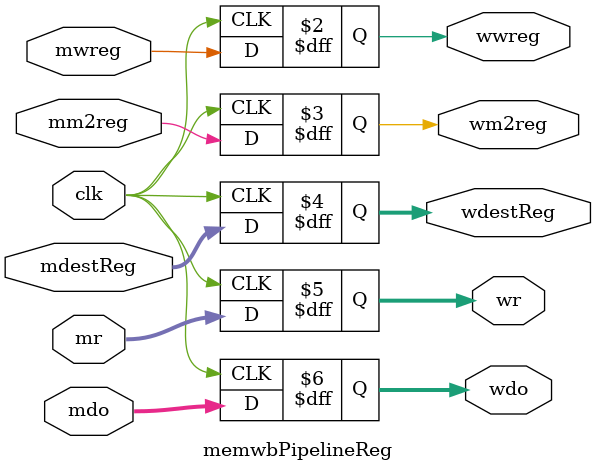
<source format=v>
`timescale 1ns / 1ps
module memwbPipelineReg(
    input clk,                 //clk sig
    input mwreg,               //write to reg control
    input mm2reg,              //mem to reg control
    input [4:0] mdestReg,      //dest reg
    input [31:0] mr,           //alu result
    input [31:0] mdo,          //date mem output

    output reg wwreg,          //write to reg control
    output reg wm2reg,         //mem to reg control
    output reg [4:0] wdestReg, //dest reg
    output reg [31:0] wr,      //alu result
    output reg [31:0] wdo      //mem data output
);
    //set vals
    always @(posedge clk) begin
        wwreg     <= mwreg;
        wm2reg    <= mm2reg;
        wdestReg  <= mdestReg;
        wr        <= mr;
        wdo       <= mdo;
    end

endmodule

</source>
